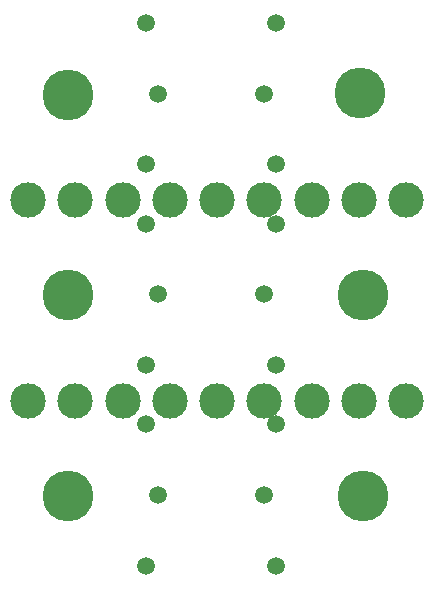
<source format=gbs>
G75*
%MOIN*%
%OFA0B0*%
%FSLAX25Y25*%
%IPPOS*%
%LPD*%
%AMOC8*
5,1,8,0,0,1.08239X$1,22.5*
%
%ADD10C,0.16942*%
%ADD11C,0.05950*%
%ADD12C,0.11824*%
D10*
X0028189Y0032142D03*
X0028189Y0099071D03*
X0028189Y0166000D03*
X0125591Y0166709D03*
X0126614Y0099071D03*
X0126614Y0032142D03*
D11*
X0097677Y0008874D03*
X0093740Y0032496D03*
X0097677Y0056118D03*
X0097677Y0075803D03*
X0093740Y0099425D03*
X0097677Y0123047D03*
X0097677Y0142732D03*
X0093740Y0166354D03*
X0097677Y0189976D03*
X0058307Y0166354D03*
X0054370Y0142732D03*
X0054370Y0123047D03*
X0058307Y0099425D03*
X0054370Y0075803D03*
X0054370Y0056118D03*
X0058307Y0032496D03*
X0054370Y0008874D03*
X0054370Y0189976D03*
D12*
X0046496Y0130921D03*
X0030748Y0130921D03*
X0015000Y0130921D03*
X0062244Y0130921D03*
X0077992Y0130921D03*
X0093740Y0130921D03*
X0109488Y0130921D03*
X0125236Y0130921D03*
X0140984Y0130921D03*
X0140984Y0063992D03*
X0125236Y0063992D03*
X0109488Y0063992D03*
X0093740Y0063992D03*
X0077992Y0063992D03*
X0062244Y0063992D03*
X0046496Y0063992D03*
X0030748Y0063992D03*
X0015000Y0063992D03*
M02*

</source>
